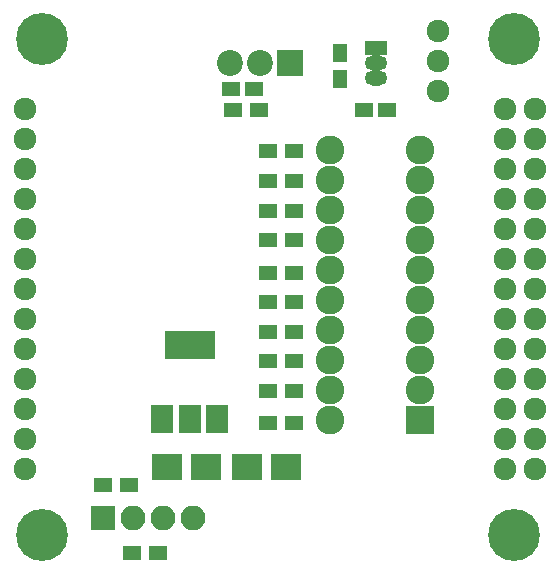
<source format=gts>
G04 #@! TF.GenerationSoftware,KiCad,Pcbnew,no-vcs-found-e0b9a21~60~ubuntu15.04.1*
G04 #@! TF.CreationDate,2017-10-17T01:14:26+03:00*
G04 #@! TF.ProjectId,orange_pi_zero_node,6F72616E67655F70695F7A65726F5F6E,rev?*
G04 #@! TF.SameCoordinates,Original*
G04 #@! TF.FileFunction,Soldermask,Top*
G04 #@! TF.FilePolarity,Negative*
%FSLAX46Y46*%
G04 Gerber Fmt 4.6, Leading zero omitted, Abs format (unit mm)*
G04 Created by KiCad (PCBNEW no-vcs-found-e0b9a21~60~ubuntu15.04.1) date Tue Oct 17 01:14:26 2017*
%MOMM*%
%LPD*%
G01*
G04 APERTURE LIST*
%ADD10C,4.400000*%
%ADD11C,1.924000*%
%ADD12C,2.432000*%
%ADD13R,2.432000X2.432000*%
%ADD14R,2.550000X2.200000*%
%ADD15R,1.600000X1.300000*%
%ADD16R,1.900000X2.400000*%
%ADD17R,4.200000X2.400000*%
%ADD18O,2.100000X2.100000*%
%ADD19R,2.100000X2.100000*%
%ADD20R,1.600000X1.150000*%
%ADD21R,1.300000X1.600000*%
%ADD22R,1.900000X1.300000*%
%ADD23O,1.900000X1.300000*%
%ADD24C,2.200000*%
%ADD25R,2.200000X2.200000*%
G04 APERTURE END LIST*
D10*
X156000000Y-53500000D03*
D11*
X114540000Y-59400000D03*
X114540000Y-61940000D03*
X114540000Y-64480000D03*
X114540000Y-67020000D03*
X114540000Y-69560000D03*
X114540000Y-72100000D03*
X114540000Y-74640000D03*
X114540000Y-77180000D03*
X114540000Y-79720000D03*
X114540000Y-82260000D03*
X114540000Y-84800000D03*
X114540000Y-87340000D03*
X114540000Y-89880000D03*
X157720000Y-89880000D03*
X155180000Y-89880000D03*
X157720000Y-87340000D03*
X155180000Y-87340000D03*
X157720000Y-84800000D03*
X155180000Y-84800000D03*
X157720000Y-82260000D03*
X155180000Y-82260000D03*
X157720000Y-79720000D03*
X155180000Y-79720000D03*
X157720000Y-77180000D03*
X155180000Y-77180000D03*
X157720000Y-74640000D03*
X155180000Y-74640000D03*
X157720000Y-72100000D03*
X155180000Y-72100000D03*
X157720000Y-69560000D03*
X155180000Y-69560000D03*
X157720000Y-67020000D03*
X155180000Y-67020000D03*
X157720000Y-64480000D03*
X155180000Y-64480000D03*
X157720000Y-61940000D03*
X155180000Y-61940000D03*
X157720000Y-59400000D03*
X155180000Y-59400000D03*
X149560000Y-52820000D03*
X149560000Y-55360000D03*
X149560000Y-57900000D03*
D10*
X116000000Y-53500000D03*
X116000000Y-95500000D03*
X156000000Y-95500000D03*
D12*
X140380000Y-85750000D03*
X140380000Y-83210000D03*
X140380000Y-80670000D03*
X140380000Y-78130000D03*
X148000000Y-65430000D03*
X148000000Y-62890000D03*
X140380000Y-62890000D03*
X140380000Y-65430000D03*
X148000000Y-67970000D03*
X148000000Y-70510000D03*
X148000000Y-73050000D03*
X148000000Y-75590000D03*
X140380000Y-75590000D03*
X140380000Y-73050000D03*
X140380000Y-70510000D03*
X140380000Y-67970000D03*
X148000000Y-78130000D03*
X148000000Y-80670000D03*
X148000000Y-83210000D03*
D13*
X148000000Y-85750000D03*
D14*
X136625000Y-89750000D03*
X133375000Y-89750000D03*
X129875000Y-89750000D03*
X126625000Y-89750000D03*
D15*
X137350000Y-86000000D03*
X135150000Y-86000000D03*
X135150000Y-83250000D03*
X137350000Y-83250000D03*
X137350000Y-80750000D03*
X135150000Y-80750000D03*
X135150000Y-78250000D03*
X137350000Y-78250000D03*
X137350000Y-75750000D03*
X135150000Y-75750000D03*
X135150000Y-73250000D03*
X137350000Y-73250000D03*
X137350000Y-70500000D03*
X135150000Y-70500000D03*
X135150000Y-68000000D03*
X137350000Y-68000000D03*
X137350000Y-65500000D03*
X135150000Y-65500000D03*
X135150000Y-63000000D03*
X137350000Y-63000000D03*
D16*
X126200000Y-85650000D03*
X130800000Y-85650000D03*
X128500000Y-85650000D03*
D17*
X128500000Y-79350000D03*
D18*
X128770000Y-94000000D03*
X126230000Y-94000000D03*
X123690000Y-94000000D03*
D19*
X121150000Y-94000000D03*
D15*
X123650000Y-97000000D03*
X125850000Y-97000000D03*
X123350000Y-91250000D03*
X121150000Y-91250000D03*
D20*
X143300000Y-59500000D03*
X145200000Y-59500000D03*
D21*
X141250000Y-56850000D03*
X141250000Y-54650000D03*
D22*
X144250000Y-54250000D03*
D23*
X144250000Y-56790000D03*
X144250000Y-55520000D03*
D20*
X132050000Y-57750000D03*
X133950000Y-57750000D03*
D15*
X134350000Y-59500000D03*
X132150000Y-59500000D03*
D24*
X131920000Y-55500000D03*
X134460000Y-55500000D03*
D25*
X137000000Y-55500000D03*
M02*

</source>
